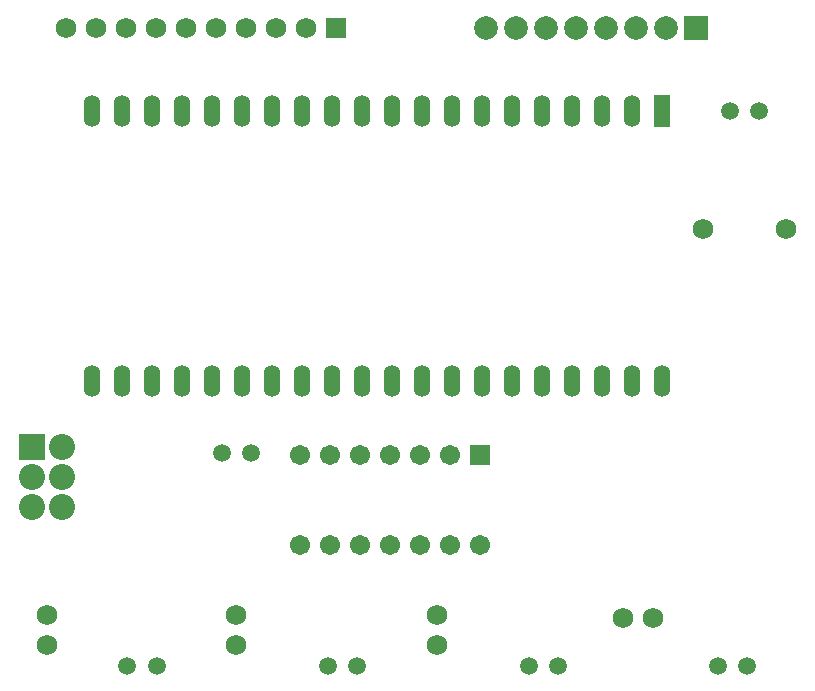
<source format=gts>
G04 Layer_Color=20142*
%FSLAX25Y25*%
%MOIN*%
G70*
G01*
G75*
%ADD28C,0.08674*%
%ADD29R,0.08674X0.08674*%
%ADD30R,0.06706X0.06706*%
%ADD31C,0.06706*%
%ADD32C,0.05918*%
%ADD33C,0.06800*%
%ADD34C,0.07887*%
%ADD35R,0.07887X0.07887*%
%ADD36O,0.05524X0.10642*%
%ADD37R,0.05524X0.10642*%
%ADD38R,0.06902X0.06902*%
%ADD39C,0.06902*%
D28*
X83740Y194724D02*
D03*
X73740D02*
D03*
X83740Y204724D02*
D03*
X73740D02*
D03*
X83740Y214724D02*
D03*
D29*
X73740D02*
D03*
D30*
X222913Y211850D02*
D03*
D31*
X212913D02*
D03*
X202913D02*
D03*
X192913D02*
D03*
X182913D02*
D03*
X172913D02*
D03*
X162913D02*
D03*
X222913Y181850D02*
D03*
X212913D02*
D03*
X202913D02*
D03*
X192913D02*
D03*
X182913D02*
D03*
X172913D02*
D03*
X162913D02*
D03*
D32*
X312008Y141732D02*
D03*
X302165D02*
D03*
X182087D02*
D03*
X172244D02*
D03*
X306102Y326772D02*
D03*
X315945D02*
D03*
X146654Y212598D02*
D03*
X136811D02*
D03*
X115157Y141732D02*
D03*
X105315D02*
D03*
X249016D02*
D03*
X239173D02*
D03*
D33*
X280591Y157480D02*
D03*
X270591D02*
D03*
X208661Y148543D02*
D03*
Y158543D02*
D03*
X141732Y148543D02*
D03*
Y158543D02*
D03*
X297244Y287402D02*
D03*
X324803D02*
D03*
X78740Y148543D02*
D03*
Y158543D02*
D03*
D34*
X224843Y354331D02*
D03*
X234843D02*
D03*
X244843D02*
D03*
X254843D02*
D03*
X264843D02*
D03*
X274843D02*
D03*
X284843D02*
D03*
D35*
X294843D02*
D03*
D36*
X93465Y236772D02*
D03*
X103465D02*
D03*
X113465D02*
D03*
X123465D02*
D03*
X133465D02*
D03*
X143465D02*
D03*
X153465D02*
D03*
X163465D02*
D03*
X173465D02*
D03*
X183465D02*
D03*
X193465D02*
D03*
X203465D02*
D03*
X213465D02*
D03*
X223465D02*
D03*
X233465D02*
D03*
X243465D02*
D03*
X253465D02*
D03*
X263465D02*
D03*
X273465D02*
D03*
X283465D02*
D03*
X93465Y326772D02*
D03*
X103465D02*
D03*
X113465D02*
D03*
X123465D02*
D03*
X133465D02*
D03*
X143465D02*
D03*
X153465D02*
D03*
X163465D02*
D03*
X173465D02*
D03*
X183465D02*
D03*
X193465D02*
D03*
X203465D02*
D03*
X213465D02*
D03*
X223465D02*
D03*
X233465D02*
D03*
X243465D02*
D03*
X253465D02*
D03*
X263465D02*
D03*
X273465D02*
D03*
D37*
X283465D02*
D03*
D38*
X174921Y354331D02*
D03*
D39*
X164921D02*
D03*
X154921D02*
D03*
X144921D02*
D03*
X134921D02*
D03*
X124921D02*
D03*
X114921D02*
D03*
X104921D02*
D03*
X94921D02*
D03*
X84921D02*
D03*
M02*

</source>
